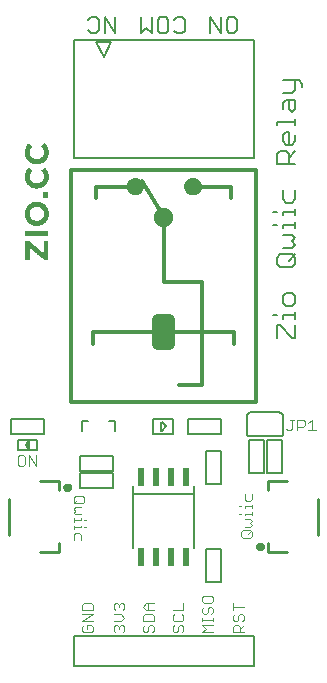
<source format=gbr>
G04 EAGLE Gerber RS-274X export*
G75*
%MOMM*%
%FSLAX34Y34*%
%LPD*%
%AMOC8*
5,1,8,0,0,1.08239X$1,22.5*%
G01*
%ADD10C,0.177800*%
%ADD11C,0.101600*%
%ADD12C,0.127000*%
%ADD13C,0.400000*%
%ADD14C,0.254000*%
%ADD15C,0.152400*%
%ADD16C,0.304800*%
%ADD17C,1.016000*%
%ADD18C,0.203200*%
%ADD19R,0.490200X1.519900*%

G36*
X29808Y374819D02*
X29808Y374819D01*
X29809Y374820D01*
X29809Y374819D01*
X30337Y374855D01*
X30863Y374917D01*
X31385Y375005D01*
X31385Y375006D01*
X31385Y375005D01*
X31902Y375121D01*
X32412Y375263D01*
X32412Y375264D01*
X32412Y375263D01*
X32914Y375432D01*
X32914Y375433D01*
X33406Y375628D01*
X33406Y375629D01*
X33887Y375851D01*
X34355Y376098D01*
X34355Y376099D01*
X34808Y376372D01*
X34809Y376372D01*
X35247Y376670D01*
X35667Y376991D01*
X35667Y376992D01*
X35668Y376992D01*
X36070Y377335D01*
X36070Y377336D01*
X36071Y377336D01*
X36453Y377701D01*
X36815Y378087D01*
X36815Y378088D01*
X36816Y378088D01*
X37156Y378493D01*
X37156Y378494D01*
X37474Y378916D01*
X37474Y378917D01*
X37475Y378917D01*
X37769Y379357D01*
X38040Y379812D01*
X38041Y379812D01*
X38287Y380280D01*
X38513Y380759D01*
X38514Y380759D01*
X38719Y381246D01*
X38719Y381247D01*
X38898Y381744D01*
X38898Y381745D01*
X38899Y381745D01*
X39049Y382252D01*
X39048Y382253D01*
X39049Y382253D01*
X39163Y382723D01*
X39174Y382767D01*
X39173Y382767D01*
X39174Y382767D01*
X39280Y383286D01*
X39279Y383286D01*
X39280Y383286D01*
X39348Y383786D01*
X39347Y383786D01*
X39348Y383787D01*
X39381Y384291D01*
X39381Y384292D01*
X39393Y384797D01*
X39392Y384797D01*
X39393Y384797D01*
X39388Y385302D01*
X39369Y385807D01*
X39335Y386311D01*
X39286Y386814D01*
X39216Y387315D01*
X39117Y387810D01*
X39116Y387811D01*
X38980Y388307D01*
X38979Y388307D01*
X38980Y388307D01*
X38819Y388795D01*
X38819Y388796D01*
X38635Y389276D01*
X38634Y389276D01*
X38635Y389276D01*
X38427Y389747D01*
X38426Y389747D01*
X38195Y390206D01*
X38195Y390207D01*
X37942Y390654D01*
X37941Y390654D01*
X37941Y390655D01*
X37666Y391088D01*
X37665Y391089D01*
X37368Y391509D01*
X37051Y391913D01*
X37050Y391913D01*
X36712Y392301D01*
X36712Y392302D01*
X36355Y392672D01*
X35979Y393023D01*
X35979Y393024D01*
X35587Y393356D01*
X35586Y393356D01*
X35177Y393668D01*
X34753Y393958D01*
X34752Y393958D01*
X34752Y393959D01*
X34314Y394227D01*
X34313Y394227D01*
X33861Y394472D01*
X33860Y394472D01*
X33397Y394694D01*
X33396Y394694D01*
X32921Y394891D01*
X32921Y394892D01*
X32437Y395064D01*
X32436Y395064D01*
X31943Y395211D01*
X31942Y395211D01*
X31443Y395332D01*
X30937Y395427D01*
X30936Y395427D01*
X30438Y395487D01*
X30437Y395488D01*
X29936Y395517D01*
X29543Y395523D01*
X29541Y395523D01*
X29434Y395524D01*
X29369Y395523D01*
X29368Y395523D01*
X28932Y395512D01*
X28431Y395482D01*
X28430Y395482D01*
X27931Y395435D01*
X27930Y395435D01*
X27433Y395369D01*
X27433Y395368D01*
X27432Y395368D01*
X26939Y395279D01*
X26938Y395278D01*
X26938Y395279D01*
X26451Y395158D01*
X26450Y395157D01*
X25954Y394997D01*
X25953Y394997D01*
X25466Y394811D01*
X24988Y394601D01*
X24522Y394367D01*
X24522Y394366D01*
X24069Y394109D01*
X24068Y394109D01*
X23629Y393828D01*
X23628Y393828D01*
X23204Y393525D01*
X23204Y393524D01*
X22797Y393199D01*
X22797Y393198D01*
X22796Y393198D01*
X22407Y392852D01*
X22407Y392851D01*
X22406Y392851D01*
X22038Y392483D01*
X22038Y392482D01*
X22037Y392482D01*
X21691Y392093D01*
X21690Y392093D01*
X21360Y391677D01*
X21053Y391245D01*
X21053Y391244D01*
X21052Y391244D01*
X20768Y390797D01*
X20768Y390796D01*
X20507Y390334D01*
X20270Y389859D01*
X20057Y389373D01*
X20057Y389372D01*
X19868Y388877D01*
X19868Y388876D01*
X19704Y388372D01*
X19564Y387860D01*
X19449Y387342D01*
X19449Y387341D01*
X19359Y386818D01*
X19294Y386291D01*
X19254Y385762D01*
X19239Y385231D01*
X19249Y384701D01*
X19250Y384701D01*
X19249Y384701D01*
X19285Y384172D01*
X19285Y384171D01*
X19345Y383644D01*
X19346Y383644D01*
X19346Y383643D01*
X19432Y383120D01*
X19517Y382723D01*
X19544Y382602D01*
X19544Y382601D01*
X19681Y382088D01*
X19682Y382088D01*
X19681Y382088D01*
X19844Y381583D01*
X20032Y381087D01*
X20032Y381086D01*
X20245Y380601D01*
X20245Y380600D01*
X20449Y380178D01*
X20666Y379762D01*
X20667Y379762D01*
X20667Y379761D01*
X20904Y379357D01*
X20905Y379357D01*
X20904Y379357D01*
X21167Y378968D01*
X21167Y378967D01*
X21453Y378596D01*
X21454Y378596D01*
X21454Y378595D01*
X21759Y378240D01*
X21759Y378239D01*
X22076Y377894D01*
X22077Y377894D01*
X22430Y377539D01*
X22430Y377538D01*
X22801Y377202D01*
X22801Y377201D01*
X23190Y376884D01*
X23594Y376587D01*
X24013Y376312D01*
X24013Y376311D01*
X24446Y376058D01*
X24891Y375827D01*
X25347Y375618D01*
X25813Y375433D01*
X26288Y375272D01*
X26770Y375134D01*
X27259Y375021D01*
X27752Y374932D01*
X27753Y374932D01*
X28249Y374868D01*
X28250Y374868D01*
X28750Y374828D01*
X28750Y374827D01*
X29279Y374811D01*
X29808Y374819D01*
G37*
G36*
X39109Y345983D02*
X39109Y345983D01*
X39108Y345983D01*
X39109Y345984D01*
X39109Y362210D01*
X39098Y362222D01*
X39098Y362221D01*
X39097Y362222D01*
X35363Y362222D01*
X35351Y362212D01*
X35351Y362211D01*
X35351Y362210D01*
X35348Y361724D01*
X35343Y360752D01*
X35341Y360265D01*
X35338Y359779D01*
X35336Y359294D01*
X35333Y358808D01*
X35331Y358321D01*
X35328Y357835D01*
X35325Y357349D01*
X35323Y356863D01*
X35321Y356377D01*
X35318Y355891D01*
X35315Y355405D01*
X35313Y354919D01*
X35311Y354433D01*
X35308Y353946D01*
X35305Y353460D01*
X35303Y352974D01*
X35300Y352488D01*
X35298Y352002D01*
X35296Y351542D01*
X34926Y351859D01*
X34149Y352528D01*
X33760Y352862D01*
X33372Y353196D01*
X32983Y353530D01*
X32594Y353865D01*
X32205Y354198D01*
X31816Y354533D01*
X31427Y354867D01*
X31039Y355201D01*
X30650Y355535D01*
X30261Y355870D01*
X29873Y356203D01*
X29484Y356538D01*
X29095Y356872D01*
X28707Y357206D01*
X28318Y357540D01*
X27929Y357875D01*
X27541Y358209D01*
X27152Y358543D01*
X26763Y358877D01*
X26374Y359211D01*
X25985Y359546D01*
X25596Y359880D01*
X25208Y360214D01*
X24819Y360548D01*
X24430Y360882D01*
X24041Y361216D01*
X23653Y361551D01*
X23264Y361885D01*
X22875Y362219D01*
X22870Y362219D01*
X22868Y362222D01*
X19562Y362222D01*
X19550Y362212D01*
X19550Y362211D01*
X19550Y362210D01*
X19550Y346304D01*
X19560Y346292D01*
X19561Y346293D01*
X19562Y346292D01*
X23298Y346292D01*
X23310Y346303D01*
X23309Y346303D01*
X23310Y346304D01*
X23310Y352000D01*
X23311Y352517D01*
X23312Y353035D01*
X23314Y353553D01*
X23317Y354071D01*
X23320Y354589D01*
X23325Y355107D01*
X23331Y355625D01*
X23339Y356142D01*
X23361Y356635D01*
X23739Y356323D01*
X24132Y355992D01*
X24524Y355659D01*
X24916Y355326D01*
X25307Y354993D01*
X25698Y354659D01*
X26089Y354325D01*
X26480Y353990D01*
X26870Y353656D01*
X27261Y353322D01*
X27651Y352987D01*
X28042Y352653D01*
X28432Y352318D01*
X28822Y351983D01*
X29212Y351648D01*
X29602Y351312D01*
X30379Y350646D01*
X30379Y350645D01*
X30766Y350312D01*
X31154Y349978D01*
X31543Y349644D01*
X31931Y349311D01*
X32319Y348978D01*
X32707Y348644D01*
X33095Y348310D01*
X33483Y347976D01*
X33871Y347643D01*
X34259Y347310D01*
X34647Y346976D01*
X35035Y346642D01*
X35423Y346308D01*
X35811Y345975D01*
X35816Y345975D01*
X35819Y345972D01*
X39097Y345972D01*
X39109Y345983D01*
G37*
G36*
X29642Y406517D02*
X29642Y406517D01*
X30150Y406540D01*
X30657Y406577D01*
X31162Y406631D01*
X31665Y406706D01*
X31665Y406707D01*
X31665Y406706D01*
X32161Y406817D01*
X32162Y406817D01*
X32619Y406963D01*
X32619Y406964D01*
X32619Y406963D01*
X33068Y407134D01*
X33509Y407322D01*
X33510Y407322D01*
X33944Y407527D01*
X34371Y407747D01*
X34790Y407982D01*
X35198Y408235D01*
X35198Y408236D01*
X35199Y408235D01*
X35591Y408511D01*
X35591Y408512D01*
X35592Y408512D01*
X35996Y408838D01*
X35996Y408839D01*
X36380Y409188D01*
X36380Y409189D01*
X36743Y409560D01*
X36743Y409561D01*
X37086Y409951D01*
X37086Y409952D01*
X37407Y410360D01*
X37407Y410361D01*
X37706Y410785D01*
X37984Y411224D01*
X37984Y411225D01*
X38238Y411677D01*
X38238Y411678D01*
X38239Y411678D01*
X38471Y412142D01*
X38471Y412143D01*
X38679Y412619D01*
X38680Y412619D01*
X38864Y413104D01*
X38864Y413105D01*
X39023Y413599D01*
X39023Y413600D01*
X39156Y414102D01*
X39157Y414102D01*
X39263Y414610D01*
X39262Y414611D01*
X39263Y414611D01*
X39334Y415091D01*
X39333Y415091D01*
X39334Y415091D01*
X39380Y415574D01*
X39379Y415574D01*
X39380Y415574D01*
X39405Y416058D01*
X39405Y416059D01*
X39413Y416544D01*
X39404Y417029D01*
X39378Y417513D01*
X39378Y417514D01*
X39335Y417996D01*
X39335Y417997D01*
X39274Y418478D01*
X39273Y418478D01*
X39190Y418960D01*
X39189Y418960D01*
X39190Y418961D01*
X39082Y419437D01*
X39082Y419438D01*
X38952Y419909D01*
X38951Y419909D01*
X38951Y419910D01*
X38796Y420374D01*
X38616Y420829D01*
X38615Y420829D01*
X38411Y421273D01*
X38410Y421273D01*
X38410Y421274D01*
X38181Y421706D01*
X37930Y422126D01*
X37929Y422126D01*
X37930Y422126D01*
X37656Y422532D01*
X37363Y422924D01*
X37362Y422924D01*
X37051Y423301D01*
X37051Y423302D01*
X36723Y423664D01*
X36467Y423935D01*
X36212Y424206D01*
X35956Y424477D01*
X35941Y424478D01*
X35940Y424477D01*
X35939Y424477D01*
X35593Y424144D01*
X35245Y423810D01*
X34899Y423477D01*
X34551Y423143D01*
X34205Y422809D01*
X33858Y422476D01*
X33511Y422142D01*
X33164Y421809D01*
X33164Y421804D01*
X33161Y421801D01*
X33163Y421798D01*
X33163Y421793D01*
X33402Y421487D01*
X33719Y421077D01*
X34026Y420659D01*
X34319Y420233D01*
X34595Y419794D01*
X34845Y419341D01*
X35061Y418871D01*
X35233Y418383D01*
X35352Y417880D01*
X35418Y417367D01*
X35437Y416850D01*
X35419Y416333D01*
X35364Y415804D01*
X35262Y415281D01*
X35114Y414770D01*
X34916Y414277D01*
X34669Y413806D01*
X34375Y413363D01*
X34035Y412953D01*
X33656Y412580D01*
X33241Y412247D01*
X32797Y411954D01*
X32328Y411701D01*
X31851Y411484D01*
X31361Y411301D01*
X30856Y411161D01*
X30341Y411069D01*
X29819Y411020D01*
X29817Y411020D01*
X29816Y411020D01*
X29366Y411008D01*
X29365Y411008D01*
X29296Y411006D01*
X29237Y411008D01*
X29236Y411008D01*
X28854Y411020D01*
X28853Y411020D01*
X28784Y411022D01*
X28275Y411072D01*
X27771Y411160D01*
X27275Y411286D01*
X26792Y411455D01*
X26326Y411665D01*
X25880Y411916D01*
X25458Y412206D01*
X25063Y412530D01*
X24695Y412887D01*
X24360Y413274D01*
X24062Y413690D01*
X23805Y414134D01*
X23592Y414599D01*
X23426Y415083D01*
X23308Y415582D01*
X23239Y416089D01*
X23217Y416600D01*
X23242Y417112D01*
X23311Y417619D01*
X23422Y418120D01*
X23571Y418609D01*
X23756Y419087D01*
X23974Y419551D01*
X24222Y419999D01*
X24498Y420432D01*
X24798Y420847D01*
X25079Y421213D01*
X25360Y421580D01*
X25360Y421583D01*
X25361Y421583D01*
X25360Y421584D01*
X25359Y421595D01*
X25359Y421596D01*
X25104Y421851D01*
X25103Y421851D01*
X24725Y422199D01*
X24341Y422541D01*
X23956Y422880D01*
X23569Y423218D01*
X23250Y423495D01*
X22930Y423773D01*
X22611Y424050D01*
X22292Y424328D01*
X22287Y424328D01*
X22284Y424330D01*
X22281Y424328D01*
X22276Y424328D01*
X22276Y424327D01*
X21973Y424044D01*
X21973Y424043D01*
X21624Y423684D01*
X21624Y423683D01*
X21306Y423296D01*
X21306Y423295D01*
X21015Y422887D01*
X21015Y422886D01*
X20748Y422463D01*
X20748Y422462D01*
X20502Y422026D01*
X20278Y421578D01*
X20278Y421577D01*
X20074Y421120D01*
X20074Y421119D01*
X19890Y420653D01*
X19727Y420179D01*
X19728Y420179D01*
X19727Y420179D01*
X19587Y419698D01*
X19588Y419698D01*
X19587Y419698D01*
X19470Y419227D01*
X19470Y419226D01*
X19380Y418750D01*
X19380Y418749D01*
X19330Y418267D01*
X19307Y417782D01*
X19308Y417782D01*
X19307Y417782D01*
X19298Y417297D01*
X19295Y416813D01*
X19297Y416287D01*
X19297Y416286D01*
X19311Y415761D01*
X19343Y415236D01*
X19344Y415236D01*
X19343Y415236D01*
X19399Y414713D01*
X19400Y414713D01*
X19399Y414712D01*
X19488Y414194D01*
X19613Y413683D01*
X19613Y413682D01*
X19775Y413182D01*
X19967Y412692D01*
X20182Y412212D01*
X20383Y411796D01*
X20384Y411796D01*
X20600Y411389D01*
X20601Y411389D01*
X20601Y411388D01*
X20838Y410992D01*
X20839Y410992D01*
X21100Y410612D01*
X21100Y410611D01*
X21384Y410247D01*
X21385Y410247D01*
X21687Y409898D01*
X21688Y409898D01*
X22002Y409560D01*
X22354Y409210D01*
X22723Y408877D01*
X23108Y408564D01*
X23508Y408270D01*
X23508Y408269D01*
X23921Y407996D01*
X23922Y407996D01*
X23922Y407995D01*
X24349Y407743D01*
X24349Y407742D01*
X24788Y407510D01*
X25237Y407300D01*
X25238Y407301D01*
X25238Y407300D01*
X25697Y407113D01*
X25698Y407113D01*
X26166Y406948D01*
X26166Y406949D01*
X26167Y406948D01*
X26642Y406808D01*
X27125Y406692D01*
X27613Y406600D01*
X28118Y406542D01*
X28119Y406542D01*
X28626Y406515D01*
X29134Y406508D01*
X29642Y406517D01*
G37*
G36*
X29831Y427074D02*
X29831Y427074D01*
X29832Y427074D01*
X30317Y427100D01*
X30318Y427100D01*
X30802Y427143D01*
X31285Y427205D01*
X31285Y427206D01*
X31285Y427205D01*
X31763Y427298D01*
X31763Y427299D01*
X31764Y427298D01*
X32269Y427434D01*
X32269Y427435D01*
X32270Y427435D01*
X32768Y427595D01*
X32768Y427596D01*
X32769Y427595D01*
X33259Y427780D01*
X33739Y427990D01*
X34208Y428224D01*
X34209Y428224D01*
X34664Y428482D01*
X34665Y428482D01*
X35106Y428763D01*
X35107Y428763D01*
X35533Y429067D01*
X35533Y429068D01*
X35534Y429068D01*
X35943Y429395D01*
X36334Y429743D01*
X36334Y429744D01*
X36335Y429744D01*
X36706Y430113D01*
X37058Y430501D01*
X37058Y430502D01*
X37388Y430909D01*
X37387Y430909D01*
X37388Y430909D01*
X37695Y431333D01*
X37695Y431334D01*
X37696Y431334D01*
X37979Y431774D01*
X38239Y432229D01*
X38239Y432230D01*
X38474Y432698D01*
X38684Y433178D01*
X38685Y433179D01*
X38869Y433669D01*
X39028Y434168D01*
X39028Y434169D01*
X39162Y434675D01*
X39271Y435187D01*
X39270Y435188D01*
X39271Y435188D01*
X39353Y435705D01*
X39353Y435706D01*
X39354Y435706D01*
X39402Y436205D01*
X39402Y436206D01*
X39421Y436707D01*
X39419Y437209D01*
X39418Y437209D01*
X39419Y437209D01*
X39399Y437711D01*
X39364Y438211D01*
X39364Y438212D01*
X39313Y438710D01*
X39312Y438711D01*
X39245Y439208D01*
X39160Y439702D01*
X39160Y439703D01*
X39053Y440193D01*
X39052Y440194D01*
X39053Y440194D01*
X38898Y440703D01*
X38897Y440704D01*
X38701Y441200D01*
X38701Y441201D01*
X38475Y441683D01*
X38475Y441684D01*
X38226Y442154D01*
X38225Y442154D01*
X38225Y442155D01*
X37956Y442614D01*
X37955Y442615D01*
X37667Y443063D01*
X37360Y443499D01*
X37360Y443500D01*
X37034Y443921D01*
X36686Y444326D01*
X36314Y444707D01*
X36313Y444707D01*
X35949Y445053D01*
X35934Y445053D01*
X35934Y445052D01*
X35933Y445052D01*
X35590Y444709D01*
X35248Y444366D01*
X34906Y444023D01*
X34564Y443680D01*
X34222Y443337D01*
X33879Y442995D01*
X33537Y442652D01*
X33195Y442309D01*
X33194Y442293D01*
X33494Y441925D01*
X33794Y441558D01*
X34105Y441157D01*
X34391Y440739D01*
X34649Y440303D01*
X34877Y439851D01*
X35071Y439382D01*
X35226Y438900D01*
X35340Y438407D01*
X35411Y437905D01*
X35440Y437400D01*
X35426Y436894D01*
X35373Y436390D01*
X35270Y435869D01*
X35117Y435360D01*
X34914Y434868D01*
X34663Y434400D01*
X34367Y433959D01*
X34029Y433548D01*
X33653Y433172D01*
X33245Y432832D01*
X32807Y432530D01*
X32344Y432267D01*
X31862Y432044D01*
X31362Y431861D01*
X30901Y431738D01*
X30432Y431653D01*
X29957Y431598D01*
X29480Y431570D01*
X29002Y431569D01*
X28526Y431596D01*
X28051Y431654D01*
X27584Y431751D01*
X27103Y431899D01*
X26634Y432084D01*
X26183Y432306D01*
X25751Y432566D01*
X25343Y432861D01*
X24963Y433190D01*
X24612Y433552D01*
X24296Y433943D01*
X24016Y434362D01*
X23775Y434804D01*
X23577Y435266D01*
X23421Y435746D01*
X23309Y436236D01*
X23242Y436735D01*
X23219Y437238D01*
X23240Y437741D01*
X23306Y438253D01*
X23416Y438757D01*
X23571Y439250D01*
X23768Y439727D01*
X24000Y440189D01*
X24260Y440634D01*
X24545Y441066D01*
X24848Y441485D01*
X25100Y441828D01*
X25101Y441828D01*
X25336Y442183D01*
X25336Y442185D01*
X25336Y442186D01*
X25334Y442195D01*
X25334Y442198D01*
X24973Y442553D01*
X24972Y442554D01*
X24593Y442892D01*
X24592Y442892D01*
X24210Y443227D01*
X24209Y443227D01*
X23824Y443559D01*
X23437Y443889D01*
X23048Y444216D01*
X23047Y444216D01*
X22655Y444539D01*
X22655Y444540D01*
X22249Y444844D01*
X22237Y444843D01*
X22234Y444843D01*
X21911Y444562D01*
X21911Y444561D01*
X21910Y444561D01*
X21625Y444237D01*
X21625Y444236D01*
X21353Y443902D01*
X21352Y443902D01*
X21090Y443559D01*
X21090Y443558D01*
X20841Y443206D01*
X20840Y443206D01*
X20562Y442758D01*
X20562Y442757D01*
X20317Y442291D01*
X20102Y441810D01*
X20101Y441809D01*
X19913Y441317D01*
X19913Y441316D01*
X19751Y440815D01*
X19612Y440306D01*
X19613Y440306D01*
X19612Y440306D01*
X19497Y439792D01*
X19497Y439791D01*
X19403Y439273D01*
X19331Y438750D01*
X19280Y438226D01*
X19281Y438225D01*
X19280Y438225D01*
X19250Y437699D01*
X19241Y437172D01*
X19242Y437172D01*
X19241Y437172D01*
X19255Y436645D01*
X19255Y436644D01*
X19290Y436119D01*
X19290Y436118D01*
X19349Y435594D01*
X19432Y435074D01*
X19433Y435074D01*
X19433Y435073D01*
X19542Y434559D01*
X19543Y434558D01*
X19681Y434049D01*
X19681Y434048D01*
X19844Y433559D01*
X20032Y433078D01*
X20033Y433078D01*
X20032Y433077D01*
X20246Y432608D01*
X20247Y432608D01*
X20484Y432150D01*
X20485Y432150D01*
X20485Y432149D01*
X20747Y431705D01*
X20748Y431705D01*
X20748Y431704D01*
X21033Y431275D01*
X21034Y431275D01*
X21343Y430861D01*
X21673Y430464D01*
X21674Y430464D01*
X22024Y430086D01*
X22025Y430086D01*
X22025Y430085D01*
X22395Y429726D01*
X22395Y429725D01*
X22783Y429386D01*
X22784Y429386D01*
X23190Y429067D01*
X23190Y429066D01*
X23612Y428769D01*
X24048Y428493D01*
X24049Y428493D01*
X24498Y428239D01*
X24499Y428240D01*
X24499Y428239D01*
X24960Y428008D01*
X25432Y427799D01*
X25433Y427800D01*
X25433Y427799D01*
X25914Y427614D01*
X25915Y427614D01*
X26405Y427452D01*
X26902Y427313D01*
X26903Y427313D01*
X27405Y427196D01*
X27406Y427197D01*
X27406Y427196D01*
X27887Y427123D01*
X27888Y427123D01*
X28372Y427083D01*
X28858Y427064D01*
X28859Y427065D01*
X28859Y427064D01*
X29345Y427062D01*
X29346Y427062D01*
X29831Y427074D01*
G37*
%LPC*%
G36*
X29011Y379335D02*
X29011Y379335D01*
X29010Y379335D01*
X28903Y379338D01*
X28385Y379388D01*
X27871Y379478D01*
X27367Y379609D01*
X26875Y379781D01*
X26399Y379993D01*
X25944Y380246D01*
X25512Y380538D01*
X25109Y380867D01*
X24737Y381232D01*
X24400Y381629D01*
X24101Y382055D01*
X23843Y382507D01*
X23743Y382731D01*
X23629Y382982D01*
X23459Y383475D01*
X23335Y383981D01*
X23258Y384496D01*
X23226Y385016D01*
X23239Y385537D01*
X23293Y386040D01*
X23389Y386537D01*
X23526Y387024D01*
X23705Y387497D01*
X23926Y387952D01*
X24187Y388385D01*
X24486Y388794D01*
X24820Y389173D01*
X25186Y389521D01*
X25583Y389836D01*
X26005Y390115D01*
X26449Y390357D01*
X26912Y390561D01*
X27391Y390728D01*
X27880Y390856D01*
X28378Y390946D01*
X28881Y391001D01*
X29387Y391019D01*
X29900Y391004D01*
X30411Y390951D01*
X30914Y390853D01*
X31407Y390709D01*
X31886Y390524D01*
X32351Y390306D01*
X32814Y390048D01*
X33249Y389746D01*
X33654Y389405D01*
X34024Y389025D01*
X34355Y388611D01*
X34644Y388167D01*
X34890Y387698D01*
X35090Y387207D01*
X35244Y386700D01*
X35352Y386193D01*
X35419Y385680D01*
X35442Y385163D01*
X35419Y384645D01*
X35351Y384132D01*
X35237Y383627D01*
X35078Y383135D01*
X34905Y382730D01*
X34874Y382659D01*
X34627Y382203D01*
X34341Y381773D01*
X34016Y381369D01*
X33657Y380996D01*
X33266Y380657D01*
X32847Y380353D01*
X32403Y380086D01*
X31938Y379859D01*
X31455Y379672D01*
X30958Y379524D01*
X30452Y379418D01*
X29939Y379352D01*
X29421Y379326D01*
X29011Y379335D01*
G37*
%LPD*%
G36*
X39109Y366478D02*
X39109Y366478D01*
X39108Y366479D01*
X39109Y366480D01*
X39109Y370750D01*
X39098Y370762D01*
X39098Y370761D01*
X39097Y370762D01*
X19562Y370762D01*
X19550Y370751D01*
X19550Y370750D01*
X19550Y366480D01*
X19560Y366468D01*
X19561Y366469D01*
X19562Y366468D01*
X39097Y366468D01*
X39109Y366478D01*
G37*
G36*
X39109Y398717D02*
X39109Y398717D01*
X39108Y398717D01*
X39109Y398718D01*
X39109Y403202D01*
X39098Y403214D01*
X39098Y403213D01*
X39097Y403214D01*
X34614Y403214D01*
X34602Y403203D01*
X34602Y403202D01*
X34602Y398718D01*
X34612Y398706D01*
X34613Y398707D01*
X34614Y398706D01*
X39097Y398706D01*
X39109Y398717D01*
G37*
D10*
X95793Y551819D02*
X95793Y538346D01*
X86811Y551819D01*
X86811Y538346D01*
X75023Y538346D02*
X72778Y540591D01*
X75023Y538346D02*
X79515Y538346D01*
X81760Y540591D01*
X81760Y549573D01*
X79515Y551819D01*
X75023Y551819D01*
X72778Y549573D01*
X145739Y540299D02*
X147984Y538054D01*
X152475Y538054D01*
X154721Y540299D01*
X154721Y549281D01*
X152475Y551527D01*
X147984Y551527D01*
X145739Y549281D01*
X138443Y538054D02*
X133951Y538054D01*
X138443Y538054D02*
X140688Y540299D01*
X140688Y549281D01*
X138443Y551527D01*
X133951Y551527D01*
X131706Y549281D01*
X131706Y540299D01*
X133951Y538054D01*
X126655Y538054D02*
X126655Y551527D01*
X122164Y542545D02*
X126655Y538054D01*
X122164Y542545D02*
X117673Y538054D01*
X117673Y551527D01*
X192180Y538270D02*
X196671Y538270D01*
X198917Y540515D01*
X198917Y549497D01*
X196671Y551743D01*
X192180Y551743D01*
X189935Y549497D01*
X189935Y540515D01*
X192180Y538270D01*
X184884Y538270D02*
X184884Y551743D01*
X175902Y551743D02*
X184884Y538270D01*
X175902Y538270D02*
X175902Y551743D01*
D11*
X94340Y32287D02*
X95866Y30762D01*
X94340Y32287D02*
X94340Y35338D01*
X95866Y36863D01*
X97391Y36863D01*
X98916Y35338D01*
X98916Y33813D01*
X98916Y35338D02*
X100441Y36863D01*
X101967Y36863D01*
X103492Y35338D01*
X103492Y32287D01*
X101967Y30762D01*
X100441Y40117D02*
X94340Y40117D01*
X100441Y40117D02*
X103492Y43168D01*
X100441Y46218D01*
X94340Y46218D01*
X95866Y49472D02*
X94340Y50998D01*
X94340Y54048D01*
X95866Y55574D01*
X97391Y55574D01*
X98916Y54048D01*
X98916Y52523D01*
X98916Y54048D02*
X100441Y55574D01*
X101967Y55574D01*
X103492Y54048D01*
X103492Y50998D01*
X101967Y49472D01*
X119086Y35338D02*
X120612Y36863D01*
X119086Y35338D02*
X119086Y32287D01*
X120612Y30762D01*
X122137Y30762D01*
X123662Y32287D01*
X123662Y35338D01*
X125187Y36863D01*
X126713Y36863D01*
X128238Y35338D01*
X128238Y32287D01*
X126713Y30762D01*
X128238Y40117D02*
X119086Y40117D01*
X128238Y40117D02*
X128238Y44693D01*
X126713Y46218D01*
X120612Y46218D01*
X119086Y44693D01*
X119086Y40117D01*
X122137Y49472D02*
X128238Y49472D01*
X122137Y49472D02*
X119086Y52523D01*
X122137Y55574D01*
X128238Y55574D01*
X123662Y55574D02*
X123662Y49472D01*
X144340Y35338D02*
X145866Y36863D01*
X144340Y35338D02*
X144340Y32287D01*
X145866Y30762D01*
X147391Y30762D01*
X148916Y32287D01*
X148916Y35338D01*
X150441Y36863D01*
X151967Y36863D01*
X153492Y35338D01*
X153492Y32287D01*
X151967Y30762D01*
X144340Y44693D02*
X145866Y46218D01*
X144340Y44693D02*
X144340Y41642D01*
X145866Y40117D01*
X151967Y40117D01*
X153492Y41642D01*
X153492Y44693D01*
X151967Y46218D01*
X153492Y49472D02*
X144340Y49472D01*
X153492Y49472D02*
X153492Y55574D01*
X169340Y30762D02*
X178492Y30762D01*
X172391Y33813D02*
X169340Y30762D01*
X172391Y33813D02*
X169340Y36863D01*
X178492Y36863D01*
X178492Y40117D02*
X178492Y43168D01*
X178492Y41642D02*
X169340Y41642D01*
X169340Y40117D02*
X169340Y43168D01*
X169340Y50930D02*
X170866Y52455D01*
X169340Y50930D02*
X169340Y47879D01*
X170866Y46354D01*
X172391Y46354D01*
X173916Y47879D01*
X173916Y50930D01*
X175441Y52455D01*
X176967Y52455D01*
X178492Y50930D01*
X178492Y47879D01*
X176967Y46354D01*
X169340Y57234D02*
X169340Y60285D01*
X169340Y57234D02*
X170866Y55709D01*
X176967Y55709D01*
X178492Y57234D01*
X178492Y60285D01*
X176967Y61810D01*
X170866Y61810D01*
X169340Y60285D01*
X195340Y30762D02*
X204492Y30762D01*
X195340Y30762D02*
X195340Y35338D01*
X196866Y36863D01*
X199916Y36863D01*
X201441Y35338D01*
X201441Y30762D01*
X201441Y33813D02*
X204492Y36863D01*
X195340Y44693D02*
X196866Y46218D01*
X195340Y44693D02*
X195340Y41642D01*
X196866Y40117D01*
X198391Y40117D01*
X199916Y41642D01*
X199916Y44693D01*
X201441Y46218D01*
X202967Y46218D01*
X204492Y44693D01*
X204492Y41642D01*
X202967Y40117D01*
X204492Y52523D02*
X195340Y52523D01*
X195340Y49472D02*
X195340Y55574D01*
X68866Y36863D02*
X67340Y35338D01*
X67340Y32287D01*
X68866Y30762D01*
X74967Y30762D01*
X76492Y32287D01*
X76492Y35338D01*
X74967Y36863D01*
X71916Y36863D01*
X71916Y33813D01*
X76492Y40117D02*
X67340Y40117D01*
X76492Y46218D01*
X67340Y46218D01*
X67340Y49472D02*
X76492Y49472D01*
X76492Y54048D01*
X74967Y55574D01*
X68866Y55574D01*
X67340Y54048D01*
X67340Y49472D01*
X203702Y110998D02*
X209803Y110998D01*
X203702Y110998D02*
X202176Y112523D01*
X202176Y115574D01*
X203702Y117099D01*
X209803Y117099D01*
X211328Y115574D01*
X211328Y112523D01*
X209803Y110998D01*
X208277Y114049D02*
X211328Y117099D01*
X209803Y120353D02*
X205227Y120353D01*
X209803Y120353D02*
X211328Y121878D01*
X209803Y123404D01*
X211328Y124929D01*
X209803Y126454D01*
X205227Y126454D01*
X205227Y129708D02*
X205227Y131234D01*
X211328Y131234D01*
X211328Y132759D02*
X211328Y129708D01*
X202176Y131234D02*
X200651Y131234D01*
X205227Y135945D02*
X205227Y137470D01*
X211328Y137470D01*
X211328Y135945D02*
X211328Y138996D01*
X202176Y137470D02*
X200651Y137470D01*
X205227Y143707D02*
X205227Y148283D01*
X205227Y143707D02*
X206752Y142182D01*
X209803Y142182D01*
X211328Y143707D01*
X211328Y148283D01*
X68079Y146050D02*
X61977Y146050D01*
X68079Y146050D02*
X69604Y144525D01*
X69604Y141474D01*
X68079Y139949D01*
X61977Y139949D01*
X60452Y141474D01*
X60452Y144525D01*
X61977Y146050D01*
X63503Y142999D02*
X60452Y139949D01*
X61977Y136695D02*
X66553Y136695D01*
X61977Y136695D02*
X60452Y135170D01*
X61977Y133644D01*
X60452Y132119D01*
X61977Y130594D01*
X66553Y130594D01*
X66553Y127340D02*
X66553Y125814D01*
X60452Y125814D01*
X60452Y124289D02*
X60452Y127340D01*
X69604Y125814D02*
X71129Y125814D01*
X66553Y121103D02*
X66553Y119578D01*
X60452Y119578D01*
X60452Y121103D02*
X60452Y118052D01*
X69604Y119578D02*
X71129Y119578D01*
X66553Y113341D02*
X66553Y108765D01*
X66553Y113341D02*
X65028Y114866D01*
X61977Y114866D01*
X60452Y113341D01*
X60452Y108765D01*
X17530Y181110D02*
X14479Y181110D01*
X12954Y179585D01*
X12954Y173483D01*
X14479Y171958D01*
X17530Y171958D01*
X19055Y173483D01*
X19055Y179585D01*
X17530Y181110D01*
X22309Y181110D02*
X22309Y171958D01*
X28410Y171958D02*
X22309Y181110D01*
X28410Y181110D02*
X28410Y171958D01*
X240538Y203201D02*
X242063Y201676D01*
X243589Y201676D01*
X245114Y203201D01*
X245114Y210828D01*
X243589Y210828D02*
X246639Y210828D01*
X249893Y210828D02*
X249893Y201676D01*
X249893Y210828D02*
X254469Y210828D01*
X255994Y209303D01*
X255994Y206252D01*
X254469Y204727D01*
X249893Y204727D01*
X259248Y207777D02*
X262299Y210828D01*
X262299Y201676D01*
X259248Y201676D02*
X265350Y201676D01*
D10*
X232269Y280035D02*
X232269Y290712D01*
X234939Y290712D01*
X245616Y280035D01*
X248285Y280035D01*
X248285Y290712D01*
X237608Y296407D02*
X237608Y299076D01*
X248285Y299076D01*
X248285Y296407D02*
X248285Y301745D01*
X232269Y299076D02*
X229600Y299076D01*
X248285Y309990D02*
X248285Y315329D01*
X245616Y317998D01*
X240277Y317998D01*
X237608Y315329D01*
X237608Y309990D01*
X240277Y307321D01*
X245616Y307321D01*
X248285Y309990D01*
X245616Y340064D02*
X234939Y340064D01*
X232269Y342733D01*
X232269Y348072D01*
X234939Y350741D01*
X245616Y350741D01*
X248285Y348072D01*
X248285Y342733D01*
X245616Y340064D01*
X242946Y345403D02*
X248285Y350741D01*
X245616Y356436D02*
X237608Y356436D01*
X245616Y356436D02*
X248285Y359105D01*
X245616Y361774D01*
X248285Y364443D01*
X245616Y367113D01*
X237608Y367113D01*
X237608Y372807D02*
X237608Y375476D01*
X248285Y375476D01*
X248285Y372807D02*
X248285Y378146D01*
X232269Y375476D02*
X229600Y375476D01*
X237608Y383722D02*
X237608Y386391D01*
X248285Y386391D01*
X248285Y383722D02*
X248285Y389060D01*
X232269Y386391D02*
X229600Y386391D01*
X237608Y397305D02*
X237608Y405313D01*
X237608Y397305D02*
X240277Y394636D01*
X245616Y394636D01*
X248285Y397305D01*
X248285Y405313D01*
X248285Y427379D02*
X232269Y427379D01*
X232269Y435387D01*
X234939Y438056D01*
X240277Y438056D01*
X242946Y435387D01*
X242946Y427379D01*
X242946Y432718D02*
X248285Y438056D01*
X248285Y446420D02*
X248285Y451758D01*
X248285Y446420D02*
X245616Y443751D01*
X240277Y443751D01*
X237608Y446420D01*
X237608Y451758D01*
X240277Y454428D01*
X242946Y454428D01*
X242946Y443751D01*
X232269Y460122D02*
X232269Y462791D01*
X248285Y462791D01*
X248285Y460122D02*
X248285Y465461D01*
X237608Y473706D02*
X237608Y479044D01*
X240277Y481714D01*
X248285Y481714D01*
X248285Y473706D01*
X245616Y471037D01*
X242946Y473706D01*
X242946Y481714D01*
X245616Y487408D02*
X237608Y487408D01*
X245616Y487408D02*
X248285Y490077D01*
X248285Y498085D01*
X250954Y498085D02*
X237608Y498085D01*
X250954Y498085D02*
X253624Y495416D01*
X253624Y492747D01*
D12*
X172832Y101538D02*
X172832Y73598D01*
X172832Y101538D02*
X185532Y101538D01*
X185532Y73598D01*
X172832Y73598D01*
X29130Y185464D02*
X13130Y185464D01*
X13130Y193464D01*
X29130Y193464D01*
X29130Y185464D01*
X22400Y185654D02*
X22400Y193274D01*
X21130Y191369D01*
X19860Y189464D01*
X21130Y187559D01*
X22400Y185654D01*
X21765Y186924D02*
X21765Y192004D01*
X21130Y191369D02*
X21130Y187559D01*
X144692Y198962D02*
X144692Y211462D01*
X144692Y198962D02*
X127692Y198962D01*
X127692Y211462D01*
X144692Y211462D01*
X134792Y209022D02*
X134792Y201402D01*
X138732Y205212D02*
X134922Y209022D01*
X138732Y205212D02*
X134922Y201402D01*
X60400Y432000D02*
X60400Y532000D01*
X212800Y532000D01*
X212800Y432000D01*
X60400Y432000D01*
X85800Y518100D02*
X79450Y530800D01*
X92150Y530800D02*
X85800Y518100D01*
X92150Y530800D02*
X79450Y530800D01*
D13*
X53586Y153500D02*
X53588Y153575D01*
X53594Y153649D01*
X53604Y153723D01*
X53617Y153796D01*
X53635Y153869D01*
X53656Y153940D01*
X53681Y154011D01*
X53710Y154080D01*
X53743Y154147D01*
X53779Y154212D01*
X53818Y154276D01*
X53860Y154337D01*
X53906Y154396D01*
X53955Y154453D01*
X54007Y154506D01*
X54061Y154557D01*
X54118Y154606D01*
X54178Y154650D01*
X54240Y154692D01*
X54304Y154731D01*
X54370Y154766D01*
X54437Y154797D01*
X54507Y154825D01*
X54577Y154849D01*
X54649Y154870D01*
X54722Y154886D01*
X54795Y154899D01*
X54870Y154908D01*
X54944Y154913D01*
X55019Y154914D01*
X55093Y154911D01*
X55168Y154904D01*
X55241Y154893D01*
X55315Y154879D01*
X55387Y154860D01*
X55458Y154838D01*
X55528Y154812D01*
X55597Y154782D01*
X55663Y154749D01*
X55728Y154712D01*
X55791Y154672D01*
X55852Y154628D01*
X55910Y154582D01*
X55966Y154532D01*
X56019Y154480D01*
X56070Y154425D01*
X56117Y154367D01*
X56161Y154307D01*
X56202Y154244D01*
X56240Y154180D01*
X56274Y154114D01*
X56305Y154045D01*
X56332Y153976D01*
X56355Y153905D01*
X56374Y153833D01*
X56390Y153760D01*
X56402Y153686D01*
X56410Y153612D01*
X56414Y153537D01*
X56414Y153463D01*
X56410Y153388D01*
X56402Y153314D01*
X56390Y153240D01*
X56374Y153167D01*
X56355Y153095D01*
X56332Y153024D01*
X56305Y152955D01*
X56274Y152886D01*
X56240Y152820D01*
X56202Y152756D01*
X56161Y152693D01*
X56117Y152633D01*
X56070Y152575D01*
X56019Y152520D01*
X55966Y152468D01*
X55910Y152418D01*
X55852Y152372D01*
X55791Y152328D01*
X55728Y152288D01*
X55663Y152251D01*
X55597Y152218D01*
X55528Y152188D01*
X55458Y152162D01*
X55387Y152140D01*
X55315Y152121D01*
X55241Y152107D01*
X55168Y152096D01*
X55093Y152089D01*
X55019Y152086D01*
X54944Y152087D01*
X54870Y152092D01*
X54795Y152101D01*
X54722Y152114D01*
X54649Y152130D01*
X54577Y152151D01*
X54507Y152175D01*
X54437Y152203D01*
X54370Y152234D01*
X54304Y152269D01*
X54240Y152308D01*
X54178Y152350D01*
X54118Y152394D01*
X54061Y152443D01*
X54007Y152494D01*
X53955Y152547D01*
X53906Y152604D01*
X53860Y152663D01*
X53818Y152724D01*
X53779Y152788D01*
X53743Y152853D01*
X53710Y152920D01*
X53681Y152989D01*
X53656Y153060D01*
X53635Y153131D01*
X53617Y153204D01*
X53604Y153277D01*
X53594Y153351D01*
X53588Y153425D01*
X53586Y153500D01*
D14*
X6000Y143500D02*
X6000Y113500D01*
X32000Y158500D02*
X48500Y158500D01*
X48500Y106000D02*
X48500Y98500D01*
X32000Y98500D01*
X48500Y151000D02*
X48500Y158500D01*
D13*
X216786Y103500D02*
X216788Y103575D01*
X216794Y103649D01*
X216804Y103723D01*
X216817Y103796D01*
X216835Y103869D01*
X216856Y103940D01*
X216881Y104011D01*
X216910Y104080D01*
X216943Y104147D01*
X216979Y104212D01*
X217018Y104276D01*
X217060Y104337D01*
X217106Y104396D01*
X217155Y104453D01*
X217207Y104506D01*
X217261Y104557D01*
X217318Y104606D01*
X217378Y104650D01*
X217440Y104692D01*
X217504Y104731D01*
X217570Y104766D01*
X217637Y104797D01*
X217707Y104825D01*
X217777Y104849D01*
X217849Y104870D01*
X217922Y104886D01*
X217995Y104899D01*
X218070Y104908D01*
X218144Y104913D01*
X218219Y104914D01*
X218293Y104911D01*
X218368Y104904D01*
X218441Y104893D01*
X218515Y104879D01*
X218587Y104860D01*
X218658Y104838D01*
X218728Y104812D01*
X218797Y104782D01*
X218863Y104749D01*
X218928Y104712D01*
X218991Y104672D01*
X219052Y104628D01*
X219110Y104582D01*
X219166Y104532D01*
X219219Y104480D01*
X219270Y104425D01*
X219317Y104367D01*
X219361Y104307D01*
X219402Y104244D01*
X219440Y104180D01*
X219474Y104114D01*
X219505Y104045D01*
X219532Y103976D01*
X219555Y103905D01*
X219574Y103833D01*
X219590Y103760D01*
X219602Y103686D01*
X219610Y103612D01*
X219614Y103537D01*
X219614Y103463D01*
X219610Y103388D01*
X219602Y103314D01*
X219590Y103240D01*
X219574Y103167D01*
X219555Y103095D01*
X219532Y103024D01*
X219505Y102955D01*
X219474Y102886D01*
X219440Y102820D01*
X219402Y102756D01*
X219361Y102693D01*
X219317Y102633D01*
X219270Y102575D01*
X219219Y102520D01*
X219166Y102468D01*
X219110Y102418D01*
X219052Y102372D01*
X218991Y102328D01*
X218928Y102288D01*
X218863Y102251D01*
X218797Y102218D01*
X218728Y102188D01*
X218658Y102162D01*
X218587Y102140D01*
X218515Y102121D01*
X218441Y102107D01*
X218368Y102096D01*
X218293Y102089D01*
X218219Y102086D01*
X218144Y102087D01*
X218070Y102092D01*
X217995Y102101D01*
X217922Y102114D01*
X217849Y102130D01*
X217777Y102151D01*
X217707Y102175D01*
X217637Y102203D01*
X217570Y102234D01*
X217504Y102269D01*
X217440Y102308D01*
X217378Y102350D01*
X217318Y102394D01*
X217261Y102443D01*
X217207Y102494D01*
X217155Y102547D01*
X217106Y102604D01*
X217060Y102663D01*
X217018Y102724D01*
X216979Y102788D01*
X216943Y102853D01*
X216910Y102920D01*
X216881Y102989D01*
X216856Y103060D01*
X216835Y103131D01*
X216817Y103204D01*
X216804Y103277D01*
X216794Y103351D01*
X216788Y103425D01*
X216786Y103500D01*
D14*
X267200Y113500D02*
X267200Y143500D01*
X241200Y98500D02*
X224700Y98500D01*
X224700Y151000D02*
X224700Y158500D01*
X241200Y158500D01*
X224700Y106000D02*
X224700Y98500D01*
D12*
X60400Y27700D02*
X60400Y2300D01*
X60400Y27700D02*
X212800Y27700D01*
X212800Y2300D01*
X60400Y2300D01*
D15*
X209756Y216936D02*
X235156Y216936D01*
X209756Y196616D02*
X209656Y196618D01*
X209557Y196624D01*
X209457Y196634D01*
X209359Y196647D01*
X209260Y196665D01*
X209163Y196686D01*
X209067Y196711D01*
X208971Y196740D01*
X208877Y196773D01*
X208784Y196809D01*
X208693Y196849D01*
X208603Y196893D01*
X208515Y196940D01*
X208429Y196990D01*
X208345Y197044D01*
X208263Y197101D01*
X208184Y197161D01*
X208106Y197225D01*
X208032Y197291D01*
X207960Y197360D01*
X207891Y197432D01*
X207825Y197506D01*
X207761Y197584D01*
X207701Y197663D01*
X207644Y197745D01*
X207590Y197829D01*
X207540Y197915D01*
X207493Y198003D01*
X207449Y198093D01*
X207409Y198184D01*
X207373Y198277D01*
X207340Y198371D01*
X207311Y198467D01*
X207286Y198563D01*
X207265Y198660D01*
X207247Y198759D01*
X207234Y198857D01*
X207224Y198957D01*
X207218Y199056D01*
X207216Y199156D01*
X235156Y196616D02*
X235256Y196618D01*
X235355Y196624D01*
X235455Y196634D01*
X235553Y196647D01*
X235652Y196665D01*
X235749Y196686D01*
X235845Y196711D01*
X235941Y196740D01*
X236035Y196773D01*
X236128Y196809D01*
X236219Y196849D01*
X236309Y196893D01*
X236397Y196940D01*
X236483Y196990D01*
X236567Y197044D01*
X236649Y197101D01*
X236728Y197161D01*
X236806Y197225D01*
X236880Y197291D01*
X236952Y197360D01*
X237021Y197432D01*
X237087Y197506D01*
X237151Y197584D01*
X237211Y197663D01*
X237268Y197745D01*
X237322Y197829D01*
X237372Y197915D01*
X237419Y198003D01*
X237463Y198093D01*
X237503Y198184D01*
X237539Y198277D01*
X237572Y198371D01*
X237601Y198467D01*
X237626Y198563D01*
X237647Y198660D01*
X237665Y198759D01*
X237678Y198857D01*
X237688Y198957D01*
X237694Y199056D01*
X237696Y199156D01*
X237696Y214396D02*
X237694Y214496D01*
X237688Y214595D01*
X237678Y214695D01*
X237665Y214793D01*
X237647Y214892D01*
X237626Y214989D01*
X237601Y215085D01*
X237572Y215181D01*
X237539Y215275D01*
X237503Y215368D01*
X237463Y215459D01*
X237419Y215549D01*
X237372Y215637D01*
X237322Y215723D01*
X237268Y215807D01*
X237211Y215889D01*
X237151Y215968D01*
X237087Y216046D01*
X237021Y216120D01*
X236952Y216192D01*
X236880Y216261D01*
X236806Y216327D01*
X236728Y216391D01*
X236649Y216451D01*
X236567Y216508D01*
X236483Y216562D01*
X236397Y216612D01*
X236309Y216659D01*
X236219Y216703D01*
X236128Y216743D01*
X236035Y216779D01*
X235941Y216812D01*
X235845Y216841D01*
X235749Y216866D01*
X235652Y216887D01*
X235553Y216905D01*
X235455Y216918D01*
X235355Y216928D01*
X235256Y216934D01*
X235156Y216936D01*
X209756Y216936D02*
X209656Y216934D01*
X209557Y216928D01*
X209457Y216918D01*
X209359Y216905D01*
X209260Y216887D01*
X209163Y216866D01*
X209067Y216841D01*
X208971Y216812D01*
X208877Y216779D01*
X208784Y216743D01*
X208693Y216703D01*
X208603Y216659D01*
X208515Y216612D01*
X208429Y216562D01*
X208345Y216508D01*
X208263Y216451D01*
X208184Y216391D01*
X208106Y216327D01*
X208032Y216261D01*
X207960Y216192D01*
X207891Y216120D01*
X207825Y216046D01*
X207761Y215968D01*
X207701Y215889D01*
X207644Y215807D01*
X207590Y215723D01*
X207540Y215637D01*
X207493Y215549D01*
X207449Y215459D01*
X207409Y215368D01*
X207373Y215275D01*
X207340Y215181D01*
X207311Y215085D01*
X207286Y214989D01*
X207265Y214892D01*
X207247Y214793D01*
X207234Y214695D01*
X207224Y214595D01*
X207218Y214496D01*
X207216Y214396D01*
X207216Y199156D01*
X237696Y199156D02*
X237696Y214396D01*
X235156Y196616D02*
X209756Y196616D01*
X67314Y201356D02*
X67314Y209484D01*
X72902Y209484D01*
X95762Y209484D02*
X95762Y201356D01*
X95762Y209484D02*
X90174Y209484D01*
D12*
X157274Y211562D02*
X185214Y211562D01*
X185214Y198862D01*
X157274Y198862D01*
X157274Y211562D01*
X35766Y198648D02*
X7826Y198648D01*
X7826Y211348D01*
X35766Y211348D01*
X35766Y198648D01*
X65580Y165588D02*
X93520Y165588D01*
X93520Y152888D01*
X65580Y152888D01*
X65580Y165588D01*
X209316Y165656D02*
X209316Y193596D01*
X222016Y193596D01*
X222016Y165656D01*
X209316Y165656D01*
X224048Y165656D02*
X224048Y193596D01*
X236748Y193596D01*
X236748Y165656D01*
X224048Y165656D01*
X172486Y156004D02*
X172486Y183944D01*
X185186Y183944D01*
X185186Y156004D01*
X172486Y156004D01*
X93558Y180290D02*
X65618Y180290D01*
X93558Y180290D02*
X93558Y167590D01*
X65618Y167590D01*
X65618Y180290D01*
D16*
X149300Y240000D02*
X169150Y240000D01*
X169150Y327550D01*
X136600Y327550D01*
X79450Y398750D02*
X79450Y407800D01*
X111200Y407800D01*
X193750Y407800D02*
X193750Y398750D01*
X193750Y407800D02*
X162000Y407800D01*
X136600Y379700D02*
X136600Y327550D01*
D17*
X133772Y382000D02*
X133774Y382106D01*
X133780Y382211D01*
X133790Y382317D01*
X133804Y382421D01*
X133821Y382526D01*
X133843Y382629D01*
X133868Y382732D01*
X133898Y382834D01*
X133931Y382934D01*
X133967Y383033D01*
X134008Y383131D01*
X134052Y383227D01*
X134100Y383321D01*
X134151Y383414D01*
X134205Y383505D01*
X134263Y383593D01*
X134325Y383679D01*
X134389Y383763D01*
X134456Y383845D01*
X134527Y383924D01*
X134600Y384000D01*
X134676Y384073D01*
X134755Y384144D01*
X134837Y384211D01*
X134921Y384275D01*
X135007Y384337D01*
X135095Y384395D01*
X135186Y384449D01*
X135279Y384500D01*
X135373Y384548D01*
X135469Y384592D01*
X135567Y384633D01*
X135666Y384669D01*
X135766Y384702D01*
X135868Y384732D01*
X135971Y384757D01*
X136074Y384779D01*
X136179Y384796D01*
X136283Y384810D01*
X136389Y384820D01*
X136494Y384826D01*
X136600Y384828D01*
X136706Y384826D01*
X136811Y384820D01*
X136917Y384810D01*
X137021Y384796D01*
X137126Y384779D01*
X137229Y384757D01*
X137332Y384732D01*
X137434Y384702D01*
X137534Y384669D01*
X137633Y384633D01*
X137731Y384592D01*
X137827Y384548D01*
X137921Y384500D01*
X138014Y384449D01*
X138105Y384395D01*
X138193Y384337D01*
X138279Y384275D01*
X138363Y384211D01*
X138445Y384144D01*
X138524Y384073D01*
X138600Y384000D01*
X138673Y383924D01*
X138744Y383845D01*
X138811Y383763D01*
X138875Y383679D01*
X138937Y383593D01*
X138995Y383505D01*
X139049Y383414D01*
X139100Y383321D01*
X139148Y383227D01*
X139192Y383131D01*
X139233Y383033D01*
X139269Y382934D01*
X139302Y382834D01*
X139332Y382732D01*
X139357Y382629D01*
X139379Y382526D01*
X139396Y382421D01*
X139410Y382317D01*
X139420Y382211D01*
X139426Y382106D01*
X139428Y382000D01*
X139426Y381894D01*
X139420Y381789D01*
X139410Y381683D01*
X139396Y381579D01*
X139379Y381474D01*
X139357Y381371D01*
X139332Y381268D01*
X139302Y381166D01*
X139269Y381066D01*
X139233Y380967D01*
X139192Y380869D01*
X139148Y380773D01*
X139100Y380679D01*
X139049Y380586D01*
X138995Y380495D01*
X138937Y380407D01*
X138875Y380321D01*
X138811Y380237D01*
X138744Y380155D01*
X138673Y380076D01*
X138600Y380000D01*
X138524Y379927D01*
X138445Y379856D01*
X138363Y379789D01*
X138279Y379725D01*
X138193Y379663D01*
X138105Y379605D01*
X138014Y379551D01*
X137921Y379500D01*
X137827Y379452D01*
X137731Y379408D01*
X137633Y379367D01*
X137534Y379331D01*
X137434Y379298D01*
X137332Y379268D01*
X137229Y379243D01*
X137126Y379221D01*
X137021Y379204D01*
X136917Y379190D01*
X136811Y379180D01*
X136706Y379174D01*
X136600Y379172D01*
X136494Y379174D01*
X136389Y379180D01*
X136283Y379190D01*
X136179Y379204D01*
X136074Y379221D01*
X135971Y379243D01*
X135868Y379268D01*
X135766Y379298D01*
X135666Y379331D01*
X135567Y379367D01*
X135469Y379408D01*
X135373Y379452D01*
X135279Y379500D01*
X135186Y379551D01*
X135095Y379605D01*
X135007Y379663D01*
X134921Y379725D01*
X134837Y379789D01*
X134755Y379856D01*
X134676Y379927D01*
X134600Y380000D01*
X134527Y380076D01*
X134456Y380155D01*
X134389Y380237D01*
X134325Y380321D01*
X134263Y380407D01*
X134205Y380495D01*
X134151Y380586D01*
X134100Y380679D01*
X134052Y380773D01*
X134008Y380869D01*
X133967Y380967D01*
X133931Y381066D01*
X133898Y381166D01*
X133868Y381268D01*
X133843Y381371D01*
X133821Y381474D01*
X133804Y381579D01*
X133790Y381683D01*
X133780Y381789D01*
X133774Y381894D01*
X133772Y382000D01*
X110600Y408000D02*
X110602Y408089D01*
X110608Y408178D01*
X110618Y408267D01*
X110632Y408355D01*
X110649Y408442D01*
X110671Y408528D01*
X110697Y408614D01*
X110726Y408698D01*
X110759Y408781D01*
X110795Y408862D01*
X110836Y408942D01*
X110879Y409019D01*
X110926Y409095D01*
X110977Y409168D01*
X111030Y409239D01*
X111087Y409308D01*
X111147Y409374D01*
X111210Y409438D01*
X111275Y409498D01*
X111343Y409556D01*
X111414Y409610D01*
X111487Y409661D01*
X111562Y409709D01*
X111639Y409754D01*
X111718Y409795D01*
X111799Y409832D01*
X111881Y409866D01*
X111965Y409897D01*
X112050Y409923D01*
X112136Y409946D01*
X112223Y409964D01*
X112311Y409979D01*
X112400Y409990D01*
X112489Y409997D01*
X112578Y410000D01*
X112667Y409999D01*
X112756Y409994D01*
X112844Y409985D01*
X112933Y409972D01*
X113020Y409955D01*
X113107Y409935D01*
X113193Y409910D01*
X113277Y409882D01*
X113360Y409850D01*
X113442Y409814D01*
X113522Y409775D01*
X113600Y409732D01*
X113676Y409686D01*
X113750Y409636D01*
X113822Y409583D01*
X113891Y409527D01*
X113958Y409468D01*
X114022Y409406D01*
X114083Y409342D01*
X114142Y409274D01*
X114197Y409204D01*
X114249Y409132D01*
X114298Y409057D01*
X114343Y408981D01*
X114385Y408902D01*
X114423Y408822D01*
X114458Y408740D01*
X114489Y408656D01*
X114517Y408571D01*
X114540Y408485D01*
X114560Y408398D01*
X114576Y408311D01*
X114588Y408222D01*
X114596Y408134D01*
X114600Y408045D01*
X114600Y407955D01*
X114596Y407866D01*
X114588Y407778D01*
X114576Y407689D01*
X114560Y407602D01*
X114540Y407515D01*
X114517Y407429D01*
X114489Y407344D01*
X114458Y407260D01*
X114423Y407178D01*
X114385Y407098D01*
X114343Y407019D01*
X114298Y406943D01*
X114249Y406868D01*
X114197Y406796D01*
X114142Y406726D01*
X114083Y406658D01*
X114022Y406594D01*
X113958Y406532D01*
X113891Y406473D01*
X113822Y406417D01*
X113750Y406364D01*
X113676Y406314D01*
X113600Y406268D01*
X113522Y406225D01*
X113442Y406186D01*
X113360Y406150D01*
X113277Y406118D01*
X113193Y406090D01*
X113107Y406065D01*
X113020Y406045D01*
X112933Y406028D01*
X112844Y406015D01*
X112756Y406006D01*
X112667Y406001D01*
X112578Y406000D01*
X112489Y406003D01*
X112400Y406010D01*
X112311Y406021D01*
X112223Y406036D01*
X112136Y406054D01*
X112050Y406077D01*
X111965Y406103D01*
X111881Y406134D01*
X111799Y406168D01*
X111718Y406205D01*
X111639Y406246D01*
X111562Y406291D01*
X111487Y406339D01*
X111414Y406390D01*
X111343Y406444D01*
X111275Y406502D01*
X111210Y406562D01*
X111147Y406626D01*
X111087Y406692D01*
X111030Y406761D01*
X110977Y406832D01*
X110926Y406905D01*
X110879Y406981D01*
X110836Y407058D01*
X110795Y407138D01*
X110759Y407219D01*
X110726Y407302D01*
X110697Y407386D01*
X110671Y407472D01*
X110649Y407558D01*
X110632Y407645D01*
X110618Y407733D01*
X110608Y407822D01*
X110602Y407911D01*
X110600Y408000D01*
X159364Y408000D02*
X159366Y408094D01*
X159372Y408188D01*
X159382Y408282D01*
X159396Y408375D01*
X159414Y408468D01*
X159435Y408560D01*
X159461Y408650D01*
X159490Y408740D01*
X159523Y408828D01*
X159560Y408915D01*
X159600Y409000D01*
X159644Y409084D01*
X159692Y409165D01*
X159742Y409245D01*
X159797Y409322D01*
X159854Y409397D01*
X159914Y409469D01*
X159978Y409539D01*
X160044Y409606D01*
X160113Y409670D01*
X160185Y409731D01*
X160259Y409789D01*
X160336Y409844D01*
X160415Y409896D01*
X160496Y409944D01*
X160579Y409989D01*
X160663Y410030D01*
X160750Y410068D01*
X160838Y410102D01*
X160927Y410132D01*
X161017Y410159D01*
X161109Y410181D01*
X161201Y410200D01*
X161295Y410215D01*
X161388Y410226D01*
X161482Y410233D01*
X161576Y410236D01*
X161671Y410235D01*
X161765Y410230D01*
X161859Y410221D01*
X161952Y410208D01*
X162045Y410191D01*
X162137Y410171D01*
X162228Y410146D01*
X162318Y410118D01*
X162406Y410086D01*
X162494Y410050D01*
X162579Y410010D01*
X162663Y409967D01*
X162745Y409921D01*
X162825Y409871D01*
X162903Y409817D01*
X162978Y409761D01*
X163051Y409701D01*
X163122Y409638D01*
X163189Y409573D01*
X163254Y409504D01*
X163316Y409433D01*
X163375Y409360D01*
X163431Y409284D01*
X163483Y409205D01*
X163532Y409125D01*
X163578Y409042D01*
X163620Y408958D01*
X163659Y408872D01*
X163694Y408784D01*
X163725Y408695D01*
X163753Y408605D01*
X163776Y408514D01*
X163796Y408422D01*
X163812Y408329D01*
X163824Y408235D01*
X163832Y408141D01*
X163836Y408047D01*
X163836Y407953D01*
X163832Y407859D01*
X163824Y407765D01*
X163812Y407671D01*
X163796Y407578D01*
X163776Y407486D01*
X163753Y407395D01*
X163725Y407305D01*
X163694Y407216D01*
X163659Y407128D01*
X163620Y407042D01*
X163578Y406958D01*
X163532Y406875D01*
X163483Y406795D01*
X163431Y406716D01*
X163375Y406640D01*
X163316Y406567D01*
X163254Y406496D01*
X163189Y406427D01*
X163122Y406362D01*
X163051Y406299D01*
X162978Y406239D01*
X162903Y406183D01*
X162825Y406129D01*
X162745Y406079D01*
X162663Y406033D01*
X162579Y405990D01*
X162494Y405950D01*
X162406Y405914D01*
X162318Y405882D01*
X162228Y405854D01*
X162137Y405829D01*
X162045Y405809D01*
X161952Y405792D01*
X161859Y405779D01*
X161765Y405770D01*
X161671Y405765D01*
X161576Y405764D01*
X161482Y405767D01*
X161388Y405774D01*
X161295Y405785D01*
X161201Y405800D01*
X161109Y405819D01*
X161017Y405841D01*
X160927Y405868D01*
X160838Y405898D01*
X160750Y405932D01*
X160663Y405970D01*
X160579Y406011D01*
X160496Y406056D01*
X160415Y406104D01*
X160336Y406156D01*
X160259Y406211D01*
X160185Y406269D01*
X160113Y406330D01*
X160044Y406394D01*
X159978Y406461D01*
X159914Y406531D01*
X159854Y406603D01*
X159797Y406678D01*
X159742Y406755D01*
X159692Y406835D01*
X159644Y406916D01*
X159600Y407000D01*
X159560Y407085D01*
X159523Y407172D01*
X159490Y407260D01*
X159461Y407350D01*
X159435Y407440D01*
X159414Y407532D01*
X159396Y407625D01*
X159382Y407718D01*
X159372Y407812D01*
X159366Y407906D01*
X159364Y408000D01*
D16*
X136600Y382240D02*
X118280Y413150D01*
X58600Y422000D02*
X58600Y226000D01*
X58600Y422000D02*
X214600Y422000D01*
X214600Y226000D01*
X58600Y226000D01*
X76600Y275000D02*
X76600Y285000D01*
X196600Y285000D01*
X196600Y275000D01*
D17*
X131600Y275000D02*
X131600Y295000D01*
X141600Y295000D01*
X141600Y275000D01*
X131600Y275000D01*
D18*
X110500Y147700D02*
X110500Y102100D01*
X110500Y147700D02*
X110500Y154700D01*
X162500Y154700D02*
X162500Y147700D01*
X162500Y102100D01*
X162500Y147700D02*
X110500Y147700D01*
D19*
X155550Y162301D03*
X142850Y162301D03*
X130150Y162301D03*
X117450Y162301D03*
X117450Y94500D03*
X130150Y94500D03*
X142850Y94500D03*
X155550Y94500D03*
M02*

</source>
